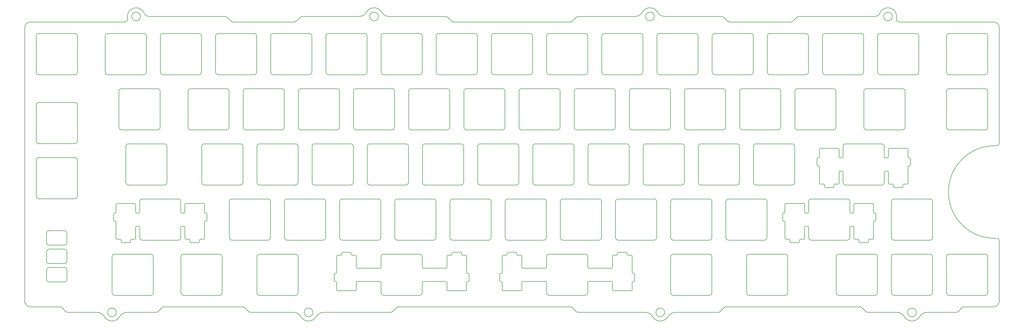
<source format=gbr>
%TF.GenerationSoftware,KiCad,Pcbnew,9.0.2*%
%TF.CreationDate,2025-08-18T14:39:33+09:00*%
%TF.ProjectId,CL70_Plate,434c3730-5f50-46c6-9174-652e6b696361,rev?*%
%TF.SameCoordinates,Original*%
%TF.FileFunction,Profile,NP*%
%FSLAX46Y46*%
G04 Gerber Fmt 4.6, Leading zero omitted, Abs format (unit mm)*
G04 Created by KiCad (PCBNEW 9.0.2) date 2025-08-18 14:39:33*
%MOMM*%
%LPD*%
G01*
G04 APERTURE LIST*
%TA.AperFunction,Profile*%
%ADD10C,0.200000*%
%TD*%
G04 APERTURE END LIST*
D10*
X50550062Y-173306330D02*
X50550062Y-173306250D01*
X72868454Y-163399492D02*
X72868430Y-163399492D01*
X76715062Y-94849992D02*
X76715062Y-94850000D01*
X378674979Y-170565292D02*
X378675000Y-170565292D01*
X335629862Y-92949991D02*
X335629862Y-92950000D01*
X212062414Y-174599292D02*
X212062500Y-174599292D01*
X207038424Y-184649292D02*
X207038500Y-184649292D01*
X222362424Y-184649292D02*
X222362500Y-184649292D01*
X245138424Y-184649292D02*
X245138500Y-184649292D01*
X252713484Y-181850492D02*
X252713500Y-181850492D01*
X250162414Y-174599292D02*
X250162500Y-174599292D01*
X154912414Y-174599292D02*
X154912500Y-174599292D01*
X149888424Y-184649292D02*
X149888500Y-184649292D01*
X165212424Y-184649292D02*
X165212500Y-184649292D01*
X187988424Y-184649292D02*
X187988500Y-184649292D01*
X195563484Y-181850492D02*
X195563500Y-181850492D01*
X193012414Y-174599292D02*
X193012500Y-174599292D01*
X306400454Y-170869792D02*
X306400440Y-170869792D01*
X315755954Y-144349492D02*
X315755930Y-144349492D01*
X77689423Y-93625000D02*
G75*
G02*
X76715062Y-94849992I-974361J-224992D01*
G01*
X44150012Y-94850000D02*
X76715062Y-94850000D01*
X42150000Y-96850012D02*
G75*
G02*
X44150012Y-94850000I2000012J0D01*
G01*
X42150000Y-191250000D02*
X42150000Y-96850012D01*
X44149962Y-193250000D02*
G75*
G02*
X42150054Y-191250000I0J1999908D01*
G01*
X54335762Y-193250000D02*
X44149962Y-193250000D01*
X54335762Y-193250000D02*
G75*
G02*
X55039785Y-193539745I0J-1000192D01*
G01*
X56351927Y-194851928D02*
X55039765Y-193539765D01*
X57064262Y-195150000D02*
G75*
G02*
X56351935Y-194851920I100J1000408D01*
G01*
X67103862Y-195150000D02*
X57064262Y-195150000D01*
X67103862Y-195150000D02*
G75*
G02*
X69701931Y-196649995I0J-2999992D01*
G01*
X74898076Y-196650000D02*
G75*
G02*
X69701924Y-196650000I-2598076J1500000D01*
G01*
X74898076Y-196650000D02*
G75*
G02*
X77487677Y-195150000I2598086J-1499992D01*
G01*
X87535786Y-195150000D02*
X77487677Y-195150000D01*
X88242885Y-194857115D02*
G75*
G02*
X87535786Y-195149974I-707023J707023D01*
G01*
X89557184Y-193542815D02*
X88242885Y-194857115D01*
X89557184Y-193542815D02*
G75*
G02*
X90257092Y-193249959I707078J-707077D01*
G01*
X117438762Y-193250000D02*
X90257092Y-193250000D01*
X117438762Y-193250000D02*
G75*
G02*
X118141610Y-193538501I0J-1000392D01*
G01*
X119456448Y-194853324D02*
X118141618Y-193538493D01*
X120167362Y-195150000D02*
G75*
G02*
X119456427Y-194853345I0J1000208D01*
G01*
X134969462Y-195150000D02*
X120167362Y-195150000D01*
X134969462Y-195150000D02*
G75*
G02*
X137567537Y-196650006I0J-2999992D01*
G01*
X142763701Y-196650000D02*
G75*
G02*
X137567549Y-196650000I-2598076J1500000D01*
G01*
X142763701Y-196650000D02*
G75*
G02*
X145361777Y-195150009I2598061J-1499992D01*
G01*
X168498286Y-195150000D02*
X145361777Y-195150000D01*
X169205385Y-194857115D02*
G75*
G02*
X168498286Y-195149974I-707023J707023D01*
G01*
X170519684Y-193542815D02*
X169205385Y-194857115D01*
X170519684Y-193542815D02*
G75*
G02*
X171219592Y-193249959I707078J-707077D01*
G01*
X230548262Y-193250000D02*
X171219592Y-193250000D01*
X230548262Y-193250000D02*
G75*
G02*
X231252285Y-193539745I0J-1000192D01*
G01*
X232564427Y-194851928D02*
X231252265Y-193539765D01*
X233276762Y-195150000D02*
G75*
G02*
X232564435Y-194851920I100J1000408D01*
G01*
X256413262Y-195150000D02*
X233276762Y-195150000D01*
X256413262Y-195150000D02*
G75*
G02*
X259011281Y-196650010I0J-2999892D01*
G01*
X264207451Y-196650000D02*
G75*
G02*
X259011299Y-196650000I-2598076J1500000D01*
G01*
X264207451Y-196650000D02*
G75*
G02*
X266805462Y-195150002I2598011J-1499892D01*
G01*
X281607662Y-195150000D02*
X266805462Y-195150000D01*
X282314773Y-194857102D02*
G75*
G02*
X281607662Y-195149997I-707111J707110D01*
G01*
X283628972Y-193542902D02*
X282314773Y-194857102D01*
X283628972Y-193542902D02*
G75*
G02*
X284328951Y-193249960I707290J-707290D01*
G01*
X330560762Y-193250000D02*
X284328951Y-193250000D01*
X330560762Y-193250000D02*
G75*
G02*
X331264785Y-193539745I0J-1000192D01*
G01*
X332576927Y-194851928D02*
X331264765Y-193539765D01*
X333289262Y-195150000D02*
G75*
G02*
X332576935Y-194851920I100J1000408D01*
G01*
X343328862Y-195150000D02*
X333289262Y-195150000D01*
X343328862Y-195150000D02*
G75*
G02*
X345926931Y-196649995I0J-2999992D01*
G01*
X351123076Y-196650000D02*
G75*
G02*
X345926924Y-196650000I-2598076J1500000D01*
G01*
X351123076Y-196650000D02*
G75*
G02*
X353712677Y-195150000I2598086J-1499992D01*
G01*
X363760786Y-195150000D02*
X353712677Y-195150000D01*
X364467885Y-194857115D02*
G75*
G02*
X363760786Y-195149974I-707023J707023D01*
G01*
X365782184Y-193542815D02*
X364467885Y-194857115D01*
X365782184Y-193542815D02*
G75*
G02*
X366482092Y-193249959I707078J-707077D01*
G01*
X376675000Y-193250000D02*
X366482092Y-193250000D01*
X378675000Y-191249992D02*
G75*
G02*
X376675000Y-193249930I-1999938J0D01*
G01*
X378675000Y-170565292D02*
X378675000Y-191249992D01*
X377641176Y-169565845D02*
G75*
G02*
X378674980Y-170565292I33786J-999447D01*
G01*
X377641176Y-169565845D02*
G75*
G02*
X377641176Y-137584159I-541174J15990843D01*
G01*
X378675000Y-136584692D02*
G75*
G02*
X377641176Y-137584159I-1000038J0D01*
G01*
X378675000Y-96864652D02*
X378675000Y-136584692D01*
X376674962Y-94850000D02*
G75*
G02*
X378675002Y-96864652I-100J-2000192D01*
G01*
X344109962Y-94850000D02*
X376674962Y-94850000D01*
X344109962Y-94850000D02*
G75*
G02*
X343135592Y-93625004I0J1000008D01*
G01*
X337462954Y-91750000D02*
G75*
G02*
X343135502Y-93624983I2749508J-1199992D01*
G01*
X337462954Y-91750000D02*
G75*
G02*
X335629862Y-92949992I-1833092J800108D01*
G01*
X309483732Y-92950000D02*
X335629862Y-92950000D01*
X308769684Y-93242815D02*
G75*
G02*
X309483732Y-92949958I707078J-707077D01*
G01*
X307455385Y-94557115D02*
X308769684Y-93242815D01*
X307455385Y-94557115D02*
G75*
G02*
X306748286Y-94849974I-707023J707023D01*
G01*
X285526862Y-94850000D02*
X306748286Y-94850000D01*
X285526862Y-94850000D02*
G75*
G02*
X284824634Y-94562117I0J1000408D01*
G01*
X283508589Y-93246089D02*
X284824625Y-94562126D01*
X282798262Y-92950000D02*
G75*
G02*
X283508610Y-93246068I0J-1000192D01*
G01*
X263233662Y-92950000D02*
X282798262Y-92950000D01*
X263233662Y-92950000D02*
G75*
G02*
X260635580Y-91449998I0J3000008D01*
G01*
X255439423Y-91450000D02*
G75*
G02*
X260635577Y-91450000I2598077J-1500000D01*
G01*
X255439423Y-91450000D02*
G75*
G02*
X252841347Y-92949983I-2598061J1500008D01*
G01*
X233283732Y-92950000D02*
X252841347Y-92950000D01*
X232569684Y-93242815D02*
G75*
G02*
X233283732Y-92949958I707078J-707077D01*
G01*
X231255385Y-94557115D02*
X232569684Y-93242815D01*
X231255385Y-94557115D02*
G75*
G02*
X230548286Y-94849974I-707023J707023D01*
G01*
X190276862Y-94850000D02*
X230548286Y-94850000D01*
X190276862Y-94850000D02*
G75*
G02*
X189574634Y-94562117I0J1000408D01*
G01*
X188258589Y-93246089D02*
X189574625Y-94562126D01*
X187548262Y-92950000D02*
G75*
G02*
X188258610Y-93246068I0J-1000192D01*
G01*
X167983662Y-92950000D02*
X187548262Y-92950000D01*
X167983662Y-92950000D02*
G75*
G02*
X165385580Y-91449998I0J3000008D01*
G01*
X160189423Y-91450000D02*
G75*
G02*
X165385575Y-91450000I2598076J-1500000D01*
G01*
X160189423Y-91450000D02*
G75*
G02*
X157591347Y-92949983I-2598061J1500008D01*
G01*
X138033732Y-92950000D02*
X157591347Y-92950000D01*
X137319684Y-93242815D02*
G75*
G02*
X138033732Y-92949958I707078J-707077D01*
G01*
X136005385Y-94557115D02*
X137319684Y-93242815D01*
X136005385Y-94557115D02*
G75*
G02*
X135298286Y-94849974I-707023J707023D01*
G01*
X114076862Y-94850000D02*
X135298286Y-94850000D01*
X114076862Y-94850000D02*
G75*
G02*
X113374634Y-94562117I0J1000408D01*
G01*
X112058589Y-93246089D02*
X113374625Y-94562126D01*
X111348262Y-92950000D02*
G75*
G02*
X112058610Y-93246068I0J-1000192D01*
G01*
X85195062Y-92950000D02*
X111348262Y-92950000D01*
X85195062Y-92950000D02*
G75*
G02*
X83362084Y-91749983I0J1999908D01*
G01*
X77689423Y-93625000D02*
G75*
G02*
X83362048Y-91749999I2923079J674998D01*
G01*
X82112500Y-92950000D02*
G75*
G02*
X79112500Y-92950000I-1500000J0D01*
G01*
X79112500Y-92950000D02*
G75*
G02*
X82112500Y-92950000I1500000J0D01*
G01*
X341712500Y-92950000D02*
G75*
G02*
X338712500Y-92950000I-1500000J0D01*
G01*
X338712500Y-92950000D02*
G75*
G02*
X341712500Y-92950000I1500000J0D01*
G01*
X259537500Y-92950000D02*
G75*
G02*
X256537500Y-92950000I-1500000J0D01*
G01*
X256537500Y-92950000D02*
G75*
G02*
X259537500Y-92950000I1500000J0D01*
G01*
X164287500Y-92950000D02*
G75*
G02*
X161287500Y-92950000I-1500000J0D01*
G01*
X161287500Y-92950000D02*
G75*
G02*
X164287500Y-92950000I1500000J0D01*
G01*
X73800000Y-195150000D02*
G75*
G02*
X70800000Y-195150000I-1500000J0D01*
G01*
X70800000Y-195150000D02*
G75*
G02*
X73800000Y-195150000I1500000J0D01*
G01*
X350025000Y-195150000D02*
G75*
G02*
X347025000Y-195150000I-1500000J0D01*
G01*
X347025000Y-195150000D02*
G75*
G02*
X350025000Y-195150000I1500000J0D01*
G01*
X263109375Y-195150000D02*
G75*
G02*
X260109375Y-195150000I-1500000J0D01*
G01*
X260109375Y-195150000D02*
G75*
G02*
X263109375Y-195150000I1500000J0D01*
G01*
X141665625Y-195150000D02*
G75*
G02*
X138665625Y-195150000I-1500000J0D01*
G01*
X138665625Y-195150000D02*
G75*
G02*
X141665625Y-195150000I1500000J0D01*
G01*
X208762500Y-175180392D02*
X208762500Y-174599192D01*
X208762500Y-175180392D02*
G75*
G02*
X208562500Y-175380330I-199938J0D01*
G01*
X207243853Y-175380400D02*
X208562500Y-175380400D01*
X207038500Y-175580392D02*
G75*
G02*
X207243853Y-175380397I200162J-100D01*
G01*
X207038500Y-181450492D02*
X207038500Y-175580392D01*
X207038500Y-181450492D02*
G75*
G02*
X206838500Y-181650430I-199938J0D01*
G01*
X206416562Y-181650470D02*
X206838500Y-181650470D01*
X206212500Y-181850492D02*
G75*
G02*
X206416562Y-181650468I200162J-100D01*
G01*
X206212500Y-184243780D02*
X206212500Y-181850492D01*
X206412362Y-184449230D02*
G75*
G02*
X206212497Y-184243780I100J200038D01*
G01*
X206838462Y-184449230D02*
X206412362Y-184449230D01*
X206838462Y-184449230D02*
G75*
G02*
X207038424Y-184649292I0J-199962D01*
G01*
X207038500Y-187473980D02*
X207038500Y-184649292D01*
X207238362Y-187679430D02*
G75*
G02*
X207038497Y-187473980I100J200038D01*
G01*
X213588462Y-187679430D02*
X207238362Y-187679430D01*
X213788500Y-187479392D02*
G75*
G02*
X213588462Y-187679430I-200038J0D01*
G01*
X213788500Y-184649192D02*
X213788500Y-187479392D01*
X213788500Y-184649192D02*
G75*
G02*
X213988462Y-184449230I199962J0D01*
G01*
X222162462Y-184449230D02*
X213988462Y-184449230D01*
X222162462Y-184449230D02*
G75*
G02*
X222362424Y-184649292I0J-199962D01*
G01*
X222362500Y-188450000D02*
X222362500Y-184649292D01*
X223162462Y-189250000D02*
G75*
G02*
X222362554Y-188450000I0J799908D01*
G01*
X235762500Y-189250000D02*
X223162462Y-189250000D01*
X236562500Y-188449992D02*
G75*
G02*
X235762500Y-189249930I-799938J0D01*
G01*
X236562500Y-184649192D02*
X236562500Y-188449992D01*
X236562500Y-184649192D02*
G75*
G02*
X236762462Y-184449230I199962J0D01*
G01*
X244938462Y-184449230D02*
X236762462Y-184449230D01*
X244938462Y-184449230D02*
G75*
G02*
X245138424Y-184649292I0J-199962D01*
G01*
X245138500Y-187473980D02*
X245138500Y-184649292D01*
X245338362Y-187679430D02*
G75*
G02*
X245138497Y-187473980I100J200038D01*
G01*
X251688462Y-187679430D02*
X245338362Y-187679430D01*
X251888500Y-187479392D02*
G75*
G02*
X251688462Y-187679430I-200038J0D01*
G01*
X251888500Y-184649192D02*
X251888500Y-187479392D01*
X251888500Y-184649192D02*
G75*
G02*
X252088462Y-184449230I199962J0D01*
G01*
X252513462Y-184449230D02*
X252088462Y-184449230D01*
X252713500Y-184249192D02*
G75*
G02*
X252513462Y-184449230I-200038J0D01*
G01*
X252713500Y-181850492D02*
X252713500Y-184249192D01*
X252513462Y-181650470D02*
G75*
G02*
X252713484Y-181850492I0J-200022D01*
G01*
X252088462Y-181650470D02*
X252513462Y-181650470D01*
X252088462Y-181650470D02*
G75*
G02*
X251888500Y-181453021I0J199978D01*
G01*
X251888500Y-175585097D02*
X251888500Y-181453021D01*
X251688462Y-175380400D02*
G75*
G02*
X251888503Y-175585097I-100J-200192D01*
G01*
X250362462Y-175380400D02*
X251688462Y-175380400D01*
X250362462Y-175380400D02*
G75*
G02*
X250162554Y-175180400I0J199908D01*
G01*
X250162500Y-174599292D02*
X250162500Y-175180400D01*
X249962362Y-174399240D02*
G75*
G02*
X250162414Y-174599292I100J-199952D01*
G01*
X247064461Y-174399240D02*
X249962362Y-174399240D01*
X246862500Y-174599192D02*
G75*
G02*
X247064461Y-174399240I199962J0D01*
G01*
X246862500Y-175180392D02*
X246862500Y-174599192D01*
X246862500Y-175180392D02*
G75*
G02*
X246662500Y-175380330I-199938J0D01*
G01*
X245343853Y-175380400D02*
X246662500Y-175380400D01*
X245138500Y-175580492D02*
G75*
G02*
X245343853Y-175380397I200162J0D01*
G01*
X245138500Y-179649392D02*
X245138500Y-175580492D01*
X245138500Y-179649392D02*
G75*
G02*
X244938500Y-179849330I-199938J0D01*
G01*
X236762462Y-179849360D02*
X244938500Y-179849360D01*
X236762462Y-179849360D02*
G75*
G02*
X236562500Y-179650941I0J199968D01*
G01*
X236562500Y-175859301D02*
X236562500Y-179650941D01*
X235762462Y-175050000D02*
G75*
G02*
X236562502Y-175859301I-100J-800192D01*
G01*
X223173145Y-175050000D02*
X235762462Y-175050000D01*
X222362500Y-175849992D02*
G75*
G02*
X223173145Y-175049999I800162J-100D01*
G01*
X222362500Y-179649392D02*
X222362500Y-175849992D01*
X222362500Y-179649392D02*
G75*
G02*
X222162500Y-179849330I-199938J0D01*
G01*
X213988462Y-179849360D02*
X222162500Y-179849360D01*
X213988462Y-179849360D02*
G75*
G02*
X213788500Y-179650941I0J199968D01*
G01*
X213788500Y-175585097D02*
X213788500Y-179650941D01*
X213588462Y-175380400D02*
G75*
G02*
X213788503Y-175585097I-100J-200192D01*
G01*
X212262462Y-175380400D02*
X213588462Y-175380400D01*
X212262462Y-175380400D02*
G75*
G02*
X212062554Y-175180400I0J199908D01*
G01*
X212062500Y-174599292D02*
X212062500Y-175180400D01*
X211862362Y-174399240D02*
G75*
G02*
X212062414Y-174599292I100J-199952D01*
G01*
X208964461Y-174399240D02*
X211862362Y-174399240D01*
X208762500Y-174599192D02*
G75*
G02*
X208964461Y-174399240I199962J0D01*
G01*
X318306690Y-151819800D02*
X318306690Y-151014572D01*
X318506662Y-152019800D02*
G75*
G02*
X318306754Y-151819800I0J199908D01*
G01*
X321405700Y-152019800D02*
X318506662Y-152019800D01*
X321605700Y-151819792D02*
G75*
G02*
X321405700Y-152019730I-199938J0D01*
G01*
X321605700Y-151019592D02*
X321605700Y-151819792D01*
X321605700Y-151019592D02*
G75*
G02*
X321800471Y-150819503I200162J0D01*
G01*
X323131000Y-150819500D02*
X321800471Y-150819500D01*
X323331000Y-150619492D02*
G75*
G02*
X323131000Y-150819430I-199938J0D01*
G01*
X323331000Y-146550692D02*
X323331000Y-150619492D01*
X323331000Y-146550692D02*
G75*
G02*
X323525771Y-146350603I200162J0D01*
G01*
X324556262Y-146350600D02*
X323525771Y-146350600D01*
X324556262Y-146350600D02*
G75*
G02*
X324756254Y-146550592I0J-199992D01*
G01*
X324756250Y-150349992D02*
X324756250Y-146550592D01*
X325556262Y-151150000D02*
G75*
G02*
X324756254Y-150349992I0J800008D01*
G01*
X338156250Y-151150000D02*
X325556262Y-151150000D01*
X338956250Y-150349992D02*
G75*
G02*
X338156250Y-151149980I-799988J0D01*
G01*
X338956250Y-146550592D02*
X338956250Y-150349992D01*
X338956250Y-146550592D02*
G75*
G02*
X339153434Y-146350600I200012J0D01*
G01*
X340181362Y-146350600D02*
X339153434Y-146350600D01*
X340181362Y-146350600D02*
G75*
G02*
X340381499Y-146546087I0J-200192D01*
G01*
X340381500Y-150619500D02*
X340381500Y-146546087D01*
X340581462Y-150819500D02*
G75*
G02*
X340381554Y-150619500I0J199908D01*
G01*
X341905262Y-150819500D02*
X340581462Y-150819500D01*
X341905262Y-150819500D02*
G75*
G02*
X342105399Y-151014987I0J-200192D01*
G01*
X342105400Y-151819800D02*
X342105400Y-151014987D01*
X342305362Y-152019800D02*
G75*
G02*
X342105454Y-151819800I0J199908D01*
G01*
X345205800Y-152019800D02*
X342305362Y-152019800D01*
X345405800Y-151819792D02*
G75*
G02*
X345205800Y-152019730I-199938J0D01*
G01*
X345405800Y-151019592D02*
X345405800Y-151819792D01*
X345405800Y-151019592D02*
G75*
G02*
X345600571Y-150819503I200162J0D01*
G01*
X346931000Y-150819500D02*
X345600571Y-150819500D01*
X347131000Y-150619492D02*
G75*
G02*
X346931000Y-150819430I-199938J0D01*
G01*
X347131000Y-144749592D02*
X347131000Y-150619492D01*
X347131000Y-144749592D02*
G75*
G02*
X347325771Y-144549503I200162J0D01*
G01*
X347756500Y-144549500D02*
X347325771Y-144549500D01*
X347956500Y-144349492D02*
G75*
G02*
X347756500Y-144549430I-199938J0D01*
G01*
X347956500Y-141955397D02*
X347956500Y-144349492D01*
X347756462Y-141750700D02*
G75*
G02*
X347956503Y-141955397I-100J-200192D01*
G01*
X347330962Y-141750700D02*
X347756462Y-141750700D01*
X347330962Y-141750700D02*
G75*
G02*
X347131054Y-141550700I0J199908D01*
G01*
X347131000Y-138725197D02*
X347131000Y-141550700D01*
X346930962Y-138520500D02*
G75*
G02*
X347131003Y-138725197I-100J-200192D01*
G01*
X340586853Y-138520500D02*
X346930962Y-138520500D01*
X340381500Y-138720492D02*
G75*
G02*
X340586853Y-138520497I200162J-100D01*
G01*
X340381500Y-141550692D02*
X340381500Y-138720492D01*
X340381500Y-141550692D02*
G75*
G02*
X340181500Y-141750630I-199938J0D01*
G01*
X339156262Y-141750700D02*
X340181500Y-141750700D01*
X339156262Y-141750700D02*
G75*
G02*
X338956254Y-141550692I0J200008D01*
G01*
X338956250Y-137749992D02*
X338956250Y-141550692D01*
X338156262Y-136950000D02*
G75*
G02*
X338956254Y-137749992I0J-799992D01*
G01*
X325561918Y-136950000D02*
X338156262Y-136950000D01*
X324756250Y-137749992D02*
G75*
G02*
X325561918Y-136950000I800012J0D01*
G01*
X324756250Y-141550692D02*
X324756250Y-137749992D01*
X324756250Y-141550692D02*
G75*
G02*
X324556250Y-141750680I-199988J0D01*
G01*
X323530962Y-141750700D02*
X324556250Y-141750700D01*
X323530962Y-141750700D02*
G75*
G02*
X323331054Y-141550700I0J199908D01*
G01*
X323331000Y-138725197D02*
X323331000Y-141550700D01*
X323130962Y-138520500D02*
G75*
G02*
X323331003Y-138725197I-100J-200192D01*
G01*
X316786753Y-138520500D02*
X323130962Y-138520500D01*
X316581400Y-138720492D02*
G75*
G02*
X316786753Y-138520497I200162J-100D01*
G01*
X316581400Y-141550692D02*
X316581400Y-138720492D01*
X316581400Y-141550692D02*
G75*
G02*
X316381400Y-141750630I-199938J0D01*
G01*
X315955930Y-141750700D02*
X316381400Y-141750700D01*
X315755930Y-141950692D02*
G75*
G02*
X315955930Y-141750760I199932J0D01*
G01*
X315755930Y-144349492D02*
X315755930Y-141950692D01*
X315955962Y-144549500D02*
G75*
G02*
X315755954Y-144349492I0J200008D01*
G01*
X316381262Y-144549500D02*
X315955962Y-144549500D01*
X316381262Y-144549500D02*
G75*
G02*
X316581399Y-144744987I0J-200192D01*
G01*
X316581400Y-150619500D02*
X316581400Y-144744987D01*
X316781362Y-150819500D02*
G75*
G02*
X316581454Y-150619500I0J199908D01*
G01*
X318106562Y-150819500D02*
X316781362Y-150819500D01*
X318106562Y-150819500D02*
G75*
G02*
X318306689Y-151014572I0J-200192D01*
G01*
X306400440Y-170869792D02*
X306400440Y-170067212D01*
X306600462Y-171069800D02*
G75*
G02*
X306400454Y-170869792I0J200008D01*
G01*
X309499450Y-171069800D02*
X306600462Y-171069800D01*
X309699450Y-170869792D02*
G75*
G02*
X309499450Y-171069780I-199988J0D01*
G01*
X309699450Y-170069492D02*
X309699450Y-170869792D01*
X309699450Y-170069492D02*
G75*
G02*
X309896634Y-169869500I200012J0D01*
G01*
X311224750Y-169869500D02*
X309896634Y-169869500D01*
X311424750Y-169669492D02*
G75*
G02*
X311224750Y-169869480I-199988J0D01*
G01*
X311424750Y-165600592D02*
X311424750Y-169669492D01*
X311424750Y-165600592D02*
G75*
G02*
X311621934Y-165400600I200012J0D01*
G01*
X312649862Y-165400600D02*
X311621934Y-165400600D01*
X312649862Y-165400600D02*
G75*
G02*
X312849999Y-165596087I0J-200192D01*
G01*
X312850000Y-169400000D02*
X312850000Y-165596087D01*
X313649962Y-170200000D02*
G75*
G02*
X312850054Y-169400000I0J799908D01*
G01*
X326250000Y-170200000D02*
X313649962Y-170200000D01*
X327050000Y-169399992D02*
G75*
G02*
X326250000Y-170199930I-799938J0D01*
G01*
X327050000Y-165600692D02*
X327050000Y-169399992D01*
X327050000Y-165600692D02*
G75*
G02*
X327244771Y-165400603I200162J0D01*
G01*
X328275262Y-165400600D02*
X327244771Y-165400600D01*
X328275262Y-165400600D02*
G75*
G02*
X328475254Y-165600592I0J-199992D01*
G01*
X328475250Y-169669492D02*
X328475250Y-165600592D01*
X328675262Y-169869500D02*
G75*
G02*
X328475254Y-169669492I0J200008D01*
G01*
X329999162Y-169869500D02*
X328675262Y-169869500D01*
X329999162Y-169869500D02*
G75*
G02*
X330199154Y-170069492I0J-199992D01*
G01*
X330199150Y-170869792D02*
X330199150Y-170069492D01*
X330399162Y-171069800D02*
G75*
G02*
X330199154Y-170869792I0J200008D01*
G01*
X333299550Y-171069800D02*
X330399162Y-171069800D01*
X333499550Y-170869792D02*
G75*
G02*
X333299550Y-171069780I-199988J0D01*
G01*
X333499550Y-170069492D02*
X333499550Y-170869792D01*
X333499550Y-170069492D02*
G75*
G02*
X333696734Y-169869500I200012J0D01*
G01*
X335024750Y-169869500D02*
X333696734Y-169869500D01*
X335224750Y-169669492D02*
G75*
G02*
X335024750Y-169869480I-199988J0D01*
G01*
X335224750Y-163799492D02*
X335224750Y-169669492D01*
X335224750Y-163799492D02*
G75*
G02*
X335421934Y-163599500I200012J0D01*
G01*
X335850250Y-163599500D02*
X335421934Y-163599500D01*
X336050250Y-163399492D02*
G75*
G02*
X335850250Y-163599480I-199988J0D01*
G01*
X336050250Y-161000692D02*
X336050250Y-163399492D01*
X335850262Y-160800700D02*
G75*
G02*
X336050254Y-161000692I0J-199992D01*
G01*
X335424762Y-160800700D02*
X335850262Y-160800700D01*
X335424762Y-160800700D02*
G75*
G02*
X335224754Y-160600692I0J200008D01*
G01*
X335224750Y-157770492D02*
X335224750Y-160600692D01*
X335024762Y-157570500D02*
G75*
G02*
X335224754Y-157770492I0J-199992D01*
G01*
X328678090Y-157570500D02*
X335024762Y-157570500D01*
X328475250Y-157770492D02*
G75*
G02*
X328678090Y-157570500I200012J0D01*
G01*
X328475250Y-160600692D02*
X328475250Y-157770492D01*
X328475250Y-160600692D02*
G75*
G02*
X328275250Y-160800680I-199988J0D01*
G01*
X327249962Y-160800700D02*
X328275250Y-160800700D01*
X327249962Y-160800700D02*
G75*
G02*
X327050054Y-160600700I0J199908D01*
G01*
X327050000Y-156809301D02*
X327050000Y-160600700D01*
X326249962Y-156000000D02*
G75*
G02*
X327050002Y-156809301I-100J-800192D01*
G01*
X313660645Y-156000000D02*
X326249962Y-156000000D01*
X312850000Y-156799992D02*
G75*
G02*
X313660645Y-155999999I800162J-100D01*
G01*
X312850000Y-160600692D02*
X312850000Y-156799992D01*
X312850000Y-160600692D02*
G75*
G02*
X312650000Y-160800630I-199938J0D01*
G01*
X311624762Y-160800700D02*
X312650000Y-160800700D01*
X311624762Y-160800700D02*
G75*
G02*
X311424754Y-160600692I0J200008D01*
G01*
X311424750Y-157770492D02*
X311424750Y-160600692D01*
X311224762Y-157570500D02*
G75*
G02*
X311424754Y-157770492I0J-199992D01*
G01*
X304877990Y-157570500D02*
X311224762Y-157570500D01*
X304675150Y-157770492D02*
G75*
G02*
X304877990Y-157570500I200012J0D01*
G01*
X304675150Y-160600692D02*
X304675150Y-157770492D01*
X304675150Y-160600692D02*
G75*
G02*
X304475150Y-160800680I-199988J0D01*
G01*
X304049680Y-160800700D02*
X304475150Y-160800700D01*
X303849680Y-161000692D02*
G75*
G02*
X304049680Y-160800710I199982J0D01*
G01*
X303849680Y-163396268D02*
X303849680Y-161000692D01*
X304049662Y-163599500D02*
G75*
G02*
X303849680Y-163396268I0J200008D01*
G01*
X304475162Y-163599500D02*
X304049662Y-163599500D01*
X304475162Y-163599500D02*
G75*
G02*
X304675154Y-163799492I0J-199992D01*
G01*
X304675150Y-169669492D02*
X304675150Y-163799492D01*
X304875162Y-169869500D02*
G75*
G02*
X304675154Y-169669492I0J200008D01*
G01*
X306200462Y-169869500D02*
X304875162Y-169869500D01*
X306200462Y-169869500D02*
G75*
G02*
X306400441Y-170067212I0J-199992D01*
G01*
X75419190Y-170869800D02*
X75419190Y-170064572D01*
X75619162Y-171069800D02*
G75*
G02*
X75419254Y-170869800I0J199908D01*
G01*
X78518200Y-171069800D02*
X75619162Y-171069800D01*
X78718200Y-170869792D02*
G75*
G02*
X78518200Y-171069730I-199938J0D01*
G01*
X78718200Y-170069592D02*
X78718200Y-170869792D01*
X78718200Y-170069592D02*
G75*
G02*
X78912971Y-169869503I200162J0D01*
G01*
X80243500Y-169869500D02*
X78912971Y-169869500D01*
X80443500Y-169669492D02*
G75*
G02*
X80243500Y-169869430I-199938J0D01*
G01*
X80443500Y-165600692D02*
X80443500Y-169669492D01*
X80443500Y-165600692D02*
G75*
G02*
X80638271Y-165400603I200162J0D01*
G01*
X81668762Y-165400600D02*
X80638271Y-165400600D01*
X81668762Y-165400600D02*
G75*
G02*
X81868754Y-165600592I0J-199992D01*
G01*
X81868750Y-169399992D02*
X81868750Y-165600592D01*
X82668762Y-170200000D02*
G75*
G02*
X81868754Y-169399992I0J800008D01*
G01*
X95268750Y-170200000D02*
X82668762Y-170200000D01*
X96068750Y-169399992D02*
G75*
G02*
X95268750Y-170199980I-799988J0D01*
G01*
X96068750Y-165600592D02*
X96068750Y-169399992D01*
X96068750Y-165600592D02*
G75*
G02*
X96265934Y-165400600I200012J0D01*
G01*
X97293862Y-165400600D02*
X96265934Y-165400600D01*
X97293862Y-165400600D02*
G75*
G02*
X97493999Y-165596087I0J-200192D01*
G01*
X97494000Y-169669500D02*
X97494000Y-165596087D01*
X97693962Y-169869500D02*
G75*
G02*
X97494054Y-169669500I0J199908D01*
G01*
X99017762Y-169869500D02*
X97693962Y-169869500D01*
X99017762Y-169869500D02*
G75*
G02*
X99217899Y-170064987I0J-200192D01*
G01*
X99217900Y-170869800D02*
X99217900Y-170064987D01*
X99417862Y-171069800D02*
G75*
G02*
X99217954Y-170869800I0J199908D01*
G01*
X102318300Y-171069800D02*
X99417862Y-171069800D01*
X102518300Y-170869792D02*
G75*
G02*
X102318300Y-171069730I-199938J0D01*
G01*
X102518300Y-170069592D02*
X102518300Y-170869792D01*
X102518300Y-170069592D02*
G75*
G02*
X102713071Y-169869503I200162J0D01*
G01*
X104043500Y-169869500D02*
X102713071Y-169869500D01*
X104243500Y-169669492D02*
G75*
G02*
X104043500Y-169869430I-199938J0D01*
G01*
X104243500Y-163799592D02*
X104243500Y-169669492D01*
X104243500Y-163799592D02*
G75*
G02*
X104438271Y-163599503I200162J0D01*
G01*
X104869000Y-163599500D02*
X104438271Y-163599500D01*
X105069000Y-163399492D02*
G75*
G02*
X104869000Y-163599430I-199938J0D01*
G01*
X105069000Y-161005397D02*
X105069000Y-163399492D01*
X104868962Y-160800700D02*
G75*
G02*
X105069003Y-161005397I-100J-200192D01*
G01*
X104443462Y-160800700D02*
X104868962Y-160800700D01*
X104443462Y-160800700D02*
G75*
G02*
X104243554Y-160600700I0J199908D01*
G01*
X104243500Y-157775197D02*
X104243500Y-160600700D01*
X104043462Y-157570500D02*
G75*
G02*
X104243503Y-157775197I-100J-200192D01*
G01*
X97699353Y-157570500D02*
X104043462Y-157570500D01*
X97494000Y-157770492D02*
G75*
G02*
X97699353Y-157570497I200162J-100D01*
G01*
X97494000Y-160600692D02*
X97494000Y-157770492D01*
X97494000Y-160600692D02*
G75*
G02*
X97294000Y-160800630I-199938J0D01*
G01*
X96268762Y-160800700D02*
X97294000Y-160800700D01*
X96268762Y-160800700D02*
G75*
G02*
X96068754Y-160600692I0J200008D01*
G01*
X96068750Y-156799992D02*
X96068750Y-160600692D01*
X95268762Y-156000000D02*
G75*
G02*
X96068754Y-156799992I0J-799992D01*
G01*
X82674418Y-156000000D02*
X95268762Y-156000000D01*
X81868750Y-156799992D02*
G75*
G02*
X82674418Y-156000000I800012J0D01*
G01*
X81868750Y-160600692D02*
X81868750Y-156799992D01*
X81868750Y-160600692D02*
G75*
G02*
X81668750Y-160800680I-199988J0D01*
G01*
X80643462Y-160800700D02*
X81668750Y-160800700D01*
X80643462Y-160800700D02*
G75*
G02*
X80443554Y-160600700I0J199908D01*
G01*
X80443500Y-157775197D02*
X80443500Y-160600700D01*
X80243462Y-157570500D02*
G75*
G02*
X80443503Y-157775197I-100J-200192D01*
G01*
X73899253Y-157570500D02*
X80243462Y-157570500D01*
X73693900Y-157770492D02*
G75*
G02*
X73899253Y-157570497I200162J-100D01*
G01*
X73693900Y-160600692D02*
X73693900Y-157770492D01*
X73693900Y-160600692D02*
G75*
G02*
X73493900Y-160800630I-199938J0D01*
G01*
X73068430Y-160800700D02*
X73493900Y-160800700D01*
X72868430Y-161000692D02*
G75*
G02*
X73068430Y-160800760I199932J0D01*
G01*
X72868430Y-163399492D02*
X72868430Y-161000692D01*
X73068462Y-163599500D02*
G75*
G02*
X72868454Y-163399492I0J200008D01*
G01*
X73493762Y-163599500D02*
X73068462Y-163599500D01*
X73493762Y-163599500D02*
G75*
G02*
X73693899Y-163794987I0J-200192D01*
G01*
X73693900Y-169669500D02*
X73693900Y-163794987D01*
X73893862Y-169869500D02*
G75*
G02*
X73693954Y-169669500I0J199908D01*
G01*
X75219062Y-169869500D02*
X73893862Y-169869500D01*
X75219062Y-169869500D02*
G75*
G02*
X75419189Y-170064572I0J-200192D01*
G01*
X49750000Y-167762492D02*
G75*
G02*
X50560645Y-166962499I800162J-100D01*
G01*
X49750000Y-171162500D02*
X49750000Y-167762492D01*
X50549962Y-171962500D02*
G75*
G02*
X49750054Y-171162500I0J799908D01*
G01*
X55950000Y-171962500D02*
X50549962Y-171962500D01*
X56750000Y-171162492D02*
G75*
G02*
X55950000Y-171962430I-799938J0D01*
G01*
X56750000Y-167771801D02*
X56750000Y-171162492D01*
X55949962Y-166962500D02*
G75*
G02*
X56750002Y-167771801I-100J-800192D01*
G01*
X50560645Y-166962500D02*
X55949962Y-166962500D01*
X49750000Y-174106292D02*
G75*
G02*
X50550062Y-173306330I799962J0D01*
G01*
X49750000Y-177506292D02*
X49750000Y-174106292D01*
X50549962Y-178306250D02*
G75*
G02*
X49750004Y-177506292I0J799958D01*
G01*
X55938892Y-178306250D02*
X50549962Y-178306250D01*
X56750000Y-177506392D02*
G75*
G02*
X55938892Y-178306253I-800038J100D01*
G01*
X56750000Y-174106292D02*
X56750000Y-177506392D01*
X55949962Y-173306250D02*
G75*
G02*
X56750004Y-174106292I0J-800042D01*
G01*
X50550062Y-173306250D02*
X55949962Y-173306250D01*
X49750000Y-180449992D02*
G75*
G02*
X50560645Y-179649999I800162J-100D01*
G01*
X49750000Y-183850000D02*
X49750000Y-180449992D01*
X50549962Y-184650000D02*
G75*
G02*
X49750054Y-183850000I0J799908D01*
G01*
X55950000Y-184650000D02*
X50549962Y-184650000D01*
X56750000Y-183849992D02*
G75*
G02*
X55950000Y-184649930I-799938J0D01*
G01*
X56750000Y-180459301D02*
X56750000Y-183849992D01*
X55949962Y-179650000D02*
G75*
G02*
X56750002Y-180459301I-100J-800192D01*
G01*
X50560645Y-179650000D02*
X55949962Y-179650000D01*
X360475000Y-175849992D02*
G75*
G02*
X361285645Y-175049999I800162J-100D01*
G01*
X360475000Y-188450000D02*
X360475000Y-175849992D01*
X361274962Y-189250000D02*
G75*
G02*
X360475054Y-188450000I0J799908D01*
G01*
X373875000Y-189250000D02*
X361274962Y-189250000D01*
X374675000Y-188449992D02*
G75*
G02*
X373875000Y-189249930I-799938J0D01*
G01*
X374675000Y-175859301D02*
X374675000Y-188449992D01*
X373874962Y-175050000D02*
G75*
G02*
X374675002Y-175859301I-100J-800192D01*
G01*
X361285645Y-175050000D02*
X373874962Y-175050000D01*
X341425000Y-175849992D02*
G75*
G02*
X342235645Y-175049999I800162J-100D01*
G01*
X341425000Y-188450000D02*
X341425000Y-175849992D01*
X342224962Y-189250000D02*
G75*
G02*
X341425054Y-188450000I0J799908D01*
G01*
X354825000Y-189250000D02*
X342224962Y-189250000D01*
X355625000Y-188449992D02*
G75*
G02*
X354825000Y-189249930I-799938J0D01*
G01*
X355625000Y-175859301D02*
X355625000Y-188449992D01*
X354824962Y-175050000D02*
G75*
G02*
X355625002Y-175859301I-100J-800192D01*
G01*
X342235645Y-175050000D02*
X354824962Y-175050000D01*
X322375000Y-175849992D02*
G75*
G02*
X323185645Y-175049999I800162J-100D01*
G01*
X322375000Y-188450000D02*
X322375000Y-175849992D01*
X323174962Y-189250000D02*
G75*
G02*
X322375054Y-188450000I0J799908D01*
G01*
X335775000Y-189250000D02*
X323174962Y-189250000D01*
X336575000Y-188449992D02*
G75*
G02*
X335775000Y-189249930I-799938J0D01*
G01*
X336575000Y-175859301D02*
X336575000Y-188449992D01*
X335774962Y-175050000D02*
G75*
G02*
X336575002Y-175859301I-100J-800192D01*
G01*
X323185645Y-175050000D02*
X335774962Y-175050000D01*
X291418750Y-175849992D02*
G75*
G02*
X292224418Y-175050000I800012J0D01*
G01*
X291418750Y-188449992D02*
X291418750Y-175849992D01*
X292218762Y-189250000D02*
G75*
G02*
X291418754Y-188449992I0J800008D01*
G01*
X304818750Y-189250000D02*
X292218762Y-189250000D01*
X305618750Y-188449992D02*
G75*
G02*
X304818750Y-189249980I-799988J0D01*
G01*
X305618750Y-175849992D02*
X305618750Y-188449992D01*
X304818762Y-175050000D02*
G75*
G02*
X305618754Y-175849992I0J-799992D01*
G01*
X292224418Y-175050000D02*
X304818762Y-175050000D01*
X265225000Y-175849992D02*
G75*
G02*
X266035645Y-175049999I800162J-100D01*
G01*
X265225000Y-188450000D02*
X265225000Y-175849992D01*
X266024962Y-189250000D02*
G75*
G02*
X265225054Y-188450000I0J799908D01*
G01*
X278625000Y-189250000D02*
X266024962Y-189250000D01*
X279425000Y-188449992D02*
G75*
G02*
X278625000Y-189249930I-799938J0D01*
G01*
X279425000Y-175859301D02*
X279425000Y-188449992D01*
X278624862Y-175050000D02*
G75*
G02*
X279425002Y-175859301I0J-800192D01*
G01*
X266035645Y-175050000D02*
X278624862Y-175050000D01*
X151612500Y-175180392D02*
X151612500Y-174599192D01*
X151612500Y-175180392D02*
G75*
G02*
X151412500Y-175380330I-199938J0D01*
G01*
X150093853Y-175380400D02*
X151412500Y-175380400D01*
X149888500Y-175580392D02*
G75*
G02*
X150093853Y-175380397I200162J-100D01*
G01*
X149888500Y-181450492D02*
X149888500Y-175580392D01*
X149888500Y-181450492D02*
G75*
G02*
X149688500Y-181650430I-199938J0D01*
G01*
X149266562Y-181650470D02*
X149688500Y-181650470D01*
X149062500Y-181850492D02*
G75*
G02*
X149266562Y-181650468I200162J-100D01*
G01*
X149062500Y-184243780D02*
X149062500Y-181850492D01*
X149262362Y-184449230D02*
G75*
G02*
X149062497Y-184243780I100J200038D01*
G01*
X149688462Y-184449230D02*
X149262362Y-184449230D01*
X149688462Y-184449230D02*
G75*
G02*
X149888424Y-184649292I0J-199962D01*
G01*
X149888500Y-187473980D02*
X149888500Y-184649292D01*
X150088362Y-187679430D02*
G75*
G02*
X149888497Y-187473980I100J200038D01*
G01*
X156438462Y-187679430D02*
X150088362Y-187679430D01*
X156638500Y-187479392D02*
G75*
G02*
X156438462Y-187679430I-200038J0D01*
G01*
X156638500Y-184649192D02*
X156638500Y-187479392D01*
X156638500Y-184649192D02*
G75*
G02*
X156838462Y-184449230I199962J0D01*
G01*
X165012462Y-184449230D02*
X156838462Y-184449230D01*
X165012462Y-184449230D02*
G75*
G02*
X165212424Y-184649292I0J-199962D01*
G01*
X165212500Y-188450000D02*
X165212500Y-184649292D01*
X166012462Y-189250000D02*
G75*
G02*
X165212554Y-188450000I0J799908D01*
G01*
X178612500Y-189250000D02*
X166012462Y-189250000D01*
X179412500Y-188449992D02*
G75*
G02*
X178612500Y-189249930I-799938J0D01*
G01*
X179412500Y-184649192D02*
X179412500Y-188449992D01*
X179412500Y-184649192D02*
G75*
G02*
X179612462Y-184449230I199962J0D01*
G01*
X187788462Y-184449230D02*
X179612462Y-184449230D01*
X187788462Y-184449230D02*
G75*
G02*
X187988424Y-184649292I0J-199962D01*
G01*
X187988500Y-187473980D02*
X187988500Y-184649292D01*
X188188362Y-187679430D02*
G75*
G02*
X187988497Y-187473980I100J200038D01*
G01*
X194538462Y-187679430D02*
X188188362Y-187679430D01*
X194738500Y-187479392D02*
G75*
G02*
X194538462Y-187679430I-200038J0D01*
G01*
X194738500Y-184649192D02*
X194738500Y-187479392D01*
X194738500Y-184649192D02*
G75*
G02*
X194938462Y-184449230I199962J0D01*
G01*
X195363462Y-184449230D02*
X194938462Y-184449230D01*
X195563500Y-184249192D02*
G75*
G02*
X195363462Y-184449230I-200038J0D01*
G01*
X195563500Y-181850492D02*
X195563500Y-184249192D01*
X195363462Y-181650470D02*
G75*
G02*
X195563484Y-181850492I0J-200022D01*
G01*
X194938462Y-181650470D02*
X195363462Y-181650470D01*
X194938462Y-181650470D02*
G75*
G02*
X194738500Y-181453021I0J199978D01*
G01*
X194738500Y-175585097D02*
X194738500Y-181453021D01*
X194538462Y-175380400D02*
G75*
G02*
X194738503Y-175585097I-100J-200192D01*
G01*
X193212462Y-175380400D02*
X194538462Y-175380400D01*
X193212462Y-175380400D02*
G75*
G02*
X193012554Y-175180400I0J199908D01*
G01*
X193012500Y-174599292D02*
X193012500Y-175180400D01*
X192812362Y-174399240D02*
G75*
G02*
X193012414Y-174599292I100J-199952D01*
G01*
X189914461Y-174399240D02*
X192812362Y-174399240D01*
X189712500Y-174599192D02*
G75*
G02*
X189914461Y-174399240I199962J0D01*
G01*
X189712500Y-175180392D02*
X189712500Y-174599192D01*
X189712500Y-175180392D02*
G75*
G02*
X189512500Y-175380330I-199938J0D01*
G01*
X188193853Y-175380400D02*
X189512500Y-175380400D01*
X187988500Y-175580392D02*
G75*
G02*
X188193853Y-175380397I200162J-100D01*
G01*
X187988500Y-179649392D02*
X187988500Y-175580392D01*
X187988500Y-179649392D02*
G75*
G02*
X187788500Y-179849330I-199938J0D01*
G01*
X179612462Y-179849360D02*
X187788500Y-179849360D01*
X179612462Y-179849360D02*
G75*
G02*
X179412500Y-179650941I0J199968D01*
G01*
X179412500Y-175859301D02*
X179412500Y-179650941D01*
X178612362Y-175050000D02*
G75*
G02*
X179412502Y-175859301I0J-800192D01*
G01*
X166023145Y-175050000D02*
X178612362Y-175050000D01*
X165212500Y-175849992D02*
G75*
G02*
X166023145Y-175049999I800162J-100D01*
G01*
X165212500Y-179649392D02*
X165212500Y-175849992D01*
X165212500Y-179649392D02*
G75*
G02*
X165012500Y-179849330I-199938J0D01*
G01*
X156838462Y-179849360D02*
X165012500Y-179849360D01*
X156838462Y-179849360D02*
G75*
G02*
X156638500Y-179650941I0J199968D01*
G01*
X156638500Y-175585097D02*
X156638500Y-179650941D01*
X156438462Y-175380400D02*
G75*
G02*
X156638503Y-175585097I-100J-200192D01*
G01*
X155112462Y-175380400D02*
X156438462Y-175380400D01*
X155112462Y-175380400D02*
G75*
G02*
X154912554Y-175180400I0J199908D01*
G01*
X154912500Y-174599292D02*
X154912500Y-175180400D01*
X154712362Y-174399240D02*
G75*
G02*
X154912414Y-174599292I100J-199952D01*
G01*
X151814461Y-174399240D02*
X154712362Y-174399240D01*
X151612500Y-174599192D02*
G75*
G02*
X151814461Y-174399240I199962J0D01*
G01*
X122350000Y-175849992D02*
G75*
G02*
X123160645Y-175049999I800162J-100D01*
G01*
X122350000Y-188450000D02*
X122350000Y-175849992D01*
X123149962Y-189250000D02*
G75*
G02*
X122350054Y-188450000I0J799908D01*
G01*
X135750000Y-189250000D02*
X123149962Y-189250000D01*
X136550000Y-188449992D02*
G75*
G02*
X135750000Y-189249930I-799938J0D01*
G01*
X136550000Y-175859301D02*
X136550000Y-188449992D01*
X135749962Y-175050000D02*
G75*
G02*
X136550002Y-175859301I-100J-800192D01*
G01*
X123160645Y-175050000D02*
X135749962Y-175050000D01*
X96156250Y-175849992D02*
G75*
G02*
X96961918Y-175050000I800012J0D01*
G01*
X96156250Y-188449992D02*
X96156250Y-175849992D01*
X96956262Y-189250000D02*
G75*
G02*
X96156254Y-188449992I0J800008D01*
G01*
X109556250Y-189250000D02*
X96956262Y-189250000D01*
X110356250Y-188449992D02*
G75*
G02*
X109556250Y-189249980I-799988J0D01*
G01*
X110356250Y-175849992D02*
X110356250Y-188449992D01*
X109556262Y-175050000D02*
G75*
G02*
X110356254Y-175849992I0J-799992D01*
G01*
X96961918Y-175050000D02*
X109556262Y-175050000D01*
X72343750Y-175849992D02*
G75*
G02*
X73149418Y-175050000I800012J0D01*
G01*
X72343750Y-188449992D02*
X72343750Y-175849992D01*
X73143762Y-189250000D02*
G75*
G02*
X72343754Y-188449992I0J800008D01*
G01*
X85743750Y-189250000D02*
X73143762Y-189250000D01*
X86543750Y-188449992D02*
G75*
G02*
X85743750Y-189249980I-799988J0D01*
G01*
X86543750Y-175849992D02*
X86543750Y-188449992D01*
X85743762Y-175050000D02*
G75*
G02*
X86543754Y-175849992I0J-799992D01*
G01*
X73149418Y-175050000D02*
X85743762Y-175050000D01*
X112825000Y-156800092D02*
G75*
G02*
X113635645Y-155999999I800162J0D01*
G01*
X112825000Y-169400000D02*
X112825000Y-156800092D01*
X113624962Y-170200000D02*
G75*
G02*
X112825054Y-169400000I0J799908D01*
G01*
X126225000Y-170200000D02*
X113624962Y-170200000D01*
X127025000Y-169399992D02*
G75*
G02*
X126225000Y-170199930I-799938J0D01*
G01*
X127025000Y-156809301D02*
X127025000Y-169399992D01*
X126224962Y-156000000D02*
G75*
G02*
X127025002Y-156809301I-100J-800192D01*
G01*
X113635645Y-156000000D02*
X126224962Y-156000000D01*
X131875000Y-156799992D02*
G75*
G02*
X132685645Y-155999999I800162J-100D01*
G01*
X131875000Y-169400000D02*
X131875000Y-156799992D01*
X132674962Y-170200000D02*
G75*
G02*
X131875054Y-169400000I0J799908D01*
G01*
X145275000Y-170200000D02*
X132674962Y-170200000D01*
X146075000Y-169399992D02*
G75*
G02*
X145275000Y-170199930I-799938J0D01*
G01*
X146075000Y-156809301D02*
X146075000Y-169399992D01*
X145274962Y-156000000D02*
G75*
G02*
X146075002Y-156809301I-100J-800192D01*
G01*
X132685645Y-156000000D02*
X145274962Y-156000000D01*
X150925000Y-156799992D02*
G75*
G02*
X151735645Y-155999999I800162J-100D01*
G01*
X150925000Y-169400000D02*
X150925000Y-156799992D01*
X151724962Y-170200000D02*
G75*
G02*
X150925054Y-169400000I0J799908D01*
G01*
X164325000Y-170200000D02*
X151724962Y-170200000D01*
X165125000Y-169399992D02*
G75*
G02*
X164325000Y-170199930I-799938J0D01*
G01*
X165125000Y-156809301D02*
X165125000Y-169399992D01*
X164324962Y-156000000D02*
G75*
G02*
X165125002Y-156809301I-100J-800192D01*
G01*
X151735645Y-156000000D02*
X164324962Y-156000000D01*
X169975000Y-156800092D02*
G75*
G02*
X170785645Y-155999999I800162J0D01*
G01*
X169975000Y-169400000D02*
X169975000Y-156800092D01*
X170774962Y-170200000D02*
G75*
G02*
X169975054Y-169400000I0J799908D01*
G01*
X183375000Y-170200000D02*
X170774962Y-170200000D01*
X184175000Y-169399992D02*
G75*
G02*
X183375000Y-170199930I-799938J0D01*
G01*
X184175000Y-156809301D02*
X184175000Y-169399992D01*
X183374962Y-156000000D02*
G75*
G02*
X184175002Y-156809301I-100J-800192D01*
G01*
X170785645Y-156000000D02*
X183374962Y-156000000D01*
X189025000Y-156799992D02*
G75*
G02*
X189835645Y-155999999I800162J-100D01*
G01*
X189025000Y-169400000D02*
X189025000Y-156799992D01*
X189824962Y-170200000D02*
G75*
G02*
X189025054Y-169400000I0J799908D01*
G01*
X202425000Y-170200000D02*
X189824962Y-170200000D01*
X203225000Y-169399992D02*
G75*
G02*
X202425000Y-170199930I-799938J0D01*
G01*
X203225000Y-156809301D02*
X203225000Y-169399992D01*
X202424962Y-156000000D02*
G75*
G02*
X203225002Y-156809301I-100J-800192D01*
G01*
X189835645Y-156000000D02*
X202424962Y-156000000D01*
X208075000Y-156799992D02*
G75*
G02*
X208885645Y-155999999I800162J-100D01*
G01*
X208075000Y-169400000D02*
X208075000Y-156799992D01*
X208874962Y-170200000D02*
G75*
G02*
X208075054Y-169400000I0J799908D01*
G01*
X221475000Y-170200000D02*
X208874962Y-170200000D01*
X222275000Y-169399992D02*
G75*
G02*
X221475000Y-170199930I-799938J0D01*
G01*
X222275000Y-156809301D02*
X222275000Y-169399992D01*
X221474862Y-156000000D02*
G75*
G02*
X222275002Y-156809301I0J-800192D01*
G01*
X208885645Y-156000000D02*
X221474862Y-156000000D01*
X227125000Y-156799992D02*
G75*
G02*
X227935645Y-155999999I800162J-100D01*
G01*
X227125000Y-169400000D02*
X227125000Y-156799992D01*
X227924962Y-170200000D02*
G75*
G02*
X227125054Y-169400000I0J799908D01*
G01*
X240525000Y-170200000D02*
X227924962Y-170200000D01*
X241325000Y-169399992D02*
G75*
G02*
X240525000Y-170199930I-799938J0D01*
G01*
X241325000Y-156809301D02*
X241325000Y-169399992D01*
X240524962Y-156000000D02*
G75*
G02*
X241325002Y-156809301I-100J-800192D01*
G01*
X227935645Y-156000000D02*
X240524962Y-156000000D01*
X246175000Y-156799992D02*
G75*
G02*
X246985645Y-155999999I800162J-100D01*
G01*
X246175000Y-169400000D02*
X246175000Y-156799992D01*
X246974962Y-170200000D02*
G75*
G02*
X246175054Y-169400000I0J799908D01*
G01*
X259575000Y-170200000D02*
X246974962Y-170200000D01*
X260375000Y-169399992D02*
G75*
G02*
X259575000Y-170199930I-799938J0D01*
G01*
X260375000Y-156809301D02*
X260375000Y-169399992D01*
X259574962Y-156000000D02*
G75*
G02*
X260375002Y-156809301I-100J-800192D01*
G01*
X246985645Y-156000000D02*
X259574962Y-156000000D01*
X265225000Y-156799992D02*
G75*
G02*
X266035645Y-155999999I800162J-100D01*
G01*
X265225000Y-169400000D02*
X265225000Y-156799992D01*
X266024962Y-170200000D02*
G75*
G02*
X265225054Y-169400000I0J799908D01*
G01*
X278625000Y-170200000D02*
X266024962Y-170200000D01*
X279425000Y-169399992D02*
G75*
G02*
X278625000Y-170199930I-799938J0D01*
G01*
X279425000Y-156809301D02*
X279425000Y-169399992D01*
X278624962Y-156000000D02*
G75*
G02*
X279425002Y-156809301I-100J-800192D01*
G01*
X266035645Y-156000000D02*
X278624962Y-156000000D01*
X284275000Y-156799992D02*
G75*
G02*
X285085645Y-155999999I800162J-100D01*
G01*
X284275000Y-169400000D02*
X284275000Y-156799992D01*
X285074962Y-170200000D02*
G75*
G02*
X284275054Y-169400000I0J799908D01*
G01*
X297675000Y-170200000D02*
X285074962Y-170200000D01*
X298475000Y-169399992D02*
G75*
G02*
X297675000Y-170199930I-799938J0D01*
G01*
X298475000Y-156809301D02*
X298475000Y-169399992D01*
X297674962Y-156000000D02*
G75*
G02*
X298475002Y-156809301I-100J-800192D01*
G01*
X285085645Y-156000000D02*
X297674962Y-156000000D01*
X341425000Y-156799992D02*
G75*
G02*
X342235645Y-155999999I800162J-100D01*
G01*
X341425000Y-169400000D02*
X341425000Y-156799992D01*
X342224962Y-170200000D02*
G75*
G02*
X341425054Y-169400000I0J799908D01*
G01*
X354825000Y-170200000D02*
X342224962Y-170200000D01*
X355625000Y-169399992D02*
G75*
G02*
X354825000Y-170199930I-799938J0D01*
G01*
X355625000Y-156809301D02*
X355625000Y-169399992D01*
X354824962Y-156000000D02*
G75*
G02*
X355625002Y-156809301I-100J-800192D01*
G01*
X342235645Y-156000000D02*
X354824962Y-156000000D01*
X293800000Y-137749992D02*
G75*
G02*
X294610645Y-136949999I800162J-100D01*
G01*
X293800000Y-150350000D02*
X293800000Y-137749992D01*
X294599962Y-151150000D02*
G75*
G02*
X293800054Y-150350000I0J799908D01*
G01*
X307200000Y-151150000D02*
X294599962Y-151150000D01*
X308000000Y-150349992D02*
G75*
G02*
X307200000Y-151149930I-799938J0D01*
G01*
X308000000Y-137759301D02*
X308000000Y-150349992D01*
X307199962Y-136950000D02*
G75*
G02*
X308000002Y-137759301I-100J-800192D01*
G01*
X294610645Y-136950000D02*
X307199962Y-136950000D01*
X274750000Y-137749992D02*
G75*
G02*
X275560645Y-136949999I800162J-100D01*
G01*
X274750000Y-150350000D02*
X274750000Y-137749992D01*
X275549962Y-151150000D02*
G75*
G02*
X274750054Y-150350000I0J799908D01*
G01*
X288150000Y-151150000D02*
X275549962Y-151150000D01*
X288950000Y-150349992D02*
G75*
G02*
X288150000Y-151149930I-799938J0D01*
G01*
X288950000Y-137759301D02*
X288950000Y-150349992D01*
X288149962Y-136950000D02*
G75*
G02*
X288950002Y-137759301I-100J-800192D01*
G01*
X275560645Y-136950000D02*
X288149962Y-136950000D01*
X255700000Y-137749992D02*
G75*
G02*
X256510645Y-136949999I800162J-100D01*
G01*
X255700000Y-150350000D02*
X255700000Y-137749992D01*
X256499962Y-151150000D02*
G75*
G02*
X255700054Y-150350000I0J799908D01*
G01*
X269100000Y-151150000D02*
X256499962Y-151150000D01*
X269900000Y-150349992D02*
G75*
G02*
X269100000Y-151149930I-799938J0D01*
G01*
X269900000Y-137759301D02*
X269900000Y-150349992D01*
X269099862Y-136950000D02*
G75*
G02*
X269900002Y-137759301I0J-800192D01*
G01*
X256510645Y-136950000D02*
X269099862Y-136950000D01*
X236650000Y-137749992D02*
G75*
G02*
X237460645Y-136949999I800162J-100D01*
G01*
X236650000Y-150350000D02*
X236650000Y-137749992D01*
X237449962Y-151150000D02*
G75*
G02*
X236650054Y-150350000I0J799908D01*
G01*
X250050000Y-151150000D02*
X237449962Y-151150000D01*
X250850000Y-150349992D02*
G75*
G02*
X250050000Y-151149930I-799938J0D01*
G01*
X250850000Y-137759301D02*
X250850000Y-150349992D01*
X250049962Y-136950000D02*
G75*
G02*
X250850002Y-137759301I-100J-800192D01*
G01*
X237460645Y-136950000D02*
X250049962Y-136950000D01*
X217600000Y-137749992D02*
G75*
G02*
X218410645Y-136949999I800162J-100D01*
G01*
X217600000Y-150350000D02*
X217600000Y-137749992D01*
X218399962Y-151150000D02*
G75*
G02*
X217600054Y-150350000I0J799908D01*
G01*
X231000000Y-151150000D02*
X218399962Y-151150000D01*
X231800000Y-150349992D02*
G75*
G02*
X231000000Y-151149930I-799938J0D01*
G01*
X231800000Y-137759301D02*
X231800000Y-150349992D01*
X230999962Y-136950000D02*
G75*
G02*
X231800002Y-137759301I-100J-800192D01*
G01*
X218410645Y-136950000D02*
X230999962Y-136950000D01*
X198550000Y-137749992D02*
G75*
G02*
X199360645Y-136949999I800162J-100D01*
G01*
X198550000Y-150350000D02*
X198550000Y-137749992D01*
X199349962Y-151150000D02*
G75*
G02*
X198550054Y-150350000I0J799908D01*
G01*
X211950000Y-151150000D02*
X199349962Y-151150000D01*
X212750000Y-150349992D02*
G75*
G02*
X211950000Y-151149930I-799938J0D01*
G01*
X212750000Y-137759301D02*
X212750000Y-150349992D01*
X211949962Y-136950000D02*
G75*
G02*
X212750002Y-137759301I-100J-800192D01*
G01*
X199360645Y-136950000D02*
X211949962Y-136950000D01*
X179500000Y-137749992D02*
G75*
G02*
X180310645Y-136949999I800162J-100D01*
G01*
X179500000Y-150350000D02*
X179500000Y-137749992D01*
X180299962Y-151150000D02*
G75*
G02*
X179500054Y-150350000I0J799908D01*
G01*
X192900000Y-151150000D02*
X180299962Y-151150000D01*
X193700000Y-150349992D02*
G75*
G02*
X192900000Y-151149930I-799938J0D01*
G01*
X193700000Y-137759301D02*
X193700000Y-150349992D01*
X192899962Y-136950000D02*
G75*
G02*
X193700002Y-137759301I-100J-800192D01*
G01*
X180310645Y-136950000D02*
X192899962Y-136950000D01*
X160450000Y-137749992D02*
G75*
G02*
X161260645Y-136949999I800162J-100D01*
G01*
X160450000Y-150350000D02*
X160450000Y-137749992D01*
X161249962Y-151150000D02*
G75*
G02*
X160450054Y-150350000I0J799908D01*
G01*
X173850000Y-151150000D02*
X161249962Y-151150000D01*
X174650000Y-150349992D02*
G75*
G02*
X173850000Y-151149930I-799938J0D01*
G01*
X174650000Y-137759301D02*
X174650000Y-150349992D01*
X173849962Y-136950000D02*
G75*
G02*
X174650002Y-137759301I-100J-800192D01*
G01*
X161260645Y-136950000D02*
X173849962Y-136950000D01*
X141400000Y-137749992D02*
G75*
G02*
X142210645Y-136949999I800162J-100D01*
G01*
X141400000Y-150350000D02*
X141400000Y-137749992D01*
X142199962Y-151150000D02*
G75*
G02*
X141400054Y-150350000I0J799908D01*
G01*
X154800000Y-151150000D02*
X142199962Y-151150000D01*
X155600000Y-150349992D02*
G75*
G02*
X154800000Y-151149930I-799938J0D01*
G01*
X155600000Y-137759301D02*
X155600000Y-150349992D01*
X154799962Y-136950000D02*
G75*
G02*
X155600002Y-137759301I-100J-800192D01*
G01*
X142210645Y-136950000D02*
X154799962Y-136950000D01*
X122350000Y-137749992D02*
G75*
G02*
X123160645Y-136949999I800162J-100D01*
G01*
X122350000Y-150350000D02*
X122350000Y-137749992D01*
X123149962Y-151150000D02*
G75*
G02*
X122350054Y-150350000I0J799908D01*
G01*
X135750000Y-151150000D02*
X123149962Y-151150000D01*
X136550000Y-150349992D02*
G75*
G02*
X135750000Y-151149930I-799938J0D01*
G01*
X136550000Y-137759301D02*
X136550000Y-150349992D01*
X135749862Y-136950000D02*
G75*
G02*
X136550002Y-137759301I0J-800192D01*
G01*
X123160645Y-136950000D02*
X135749862Y-136950000D01*
X103300000Y-137749992D02*
G75*
G02*
X104110645Y-136949999I800162J-100D01*
G01*
X103300000Y-150350000D02*
X103300000Y-137749992D01*
X104099962Y-151150000D02*
G75*
G02*
X103300054Y-150350000I0J799908D01*
G01*
X116700000Y-151150000D02*
X104099962Y-151150000D01*
X117500000Y-150349992D02*
G75*
G02*
X116700000Y-151149930I-799938J0D01*
G01*
X117500000Y-137759301D02*
X117500000Y-150349992D01*
X116699962Y-136950000D02*
G75*
G02*
X117500002Y-137759301I-100J-800192D01*
G01*
X104110645Y-136950000D02*
X116699962Y-136950000D01*
X77106250Y-137749992D02*
G75*
G02*
X77911918Y-136950000I800012J0D01*
G01*
X77106250Y-150349992D02*
X77106250Y-137749992D01*
X77906262Y-151150000D02*
G75*
G02*
X77106254Y-150349992I0J800008D01*
G01*
X90506250Y-151150000D02*
X77906262Y-151150000D01*
X91306250Y-150349992D02*
G75*
G02*
X90506250Y-151149980I-799988J0D01*
G01*
X91306250Y-137749992D02*
X91306250Y-150349992D01*
X90506262Y-136950000D02*
G75*
G02*
X91306254Y-137749992I0J-799992D01*
G01*
X77911918Y-136950000D02*
X90506262Y-136950000D01*
X46150000Y-142512592D02*
G75*
G02*
X46960645Y-141712499I800162J0D01*
G01*
X46150000Y-155112500D02*
X46150000Y-142512592D01*
X46949962Y-155912500D02*
G75*
G02*
X46150054Y-155112500I0J799908D01*
G01*
X59550000Y-155912500D02*
X46949962Y-155912500D01*
X60350000Y-155112492D02*
G75*
G02*
X59550000Y-155912430I-799938J0D01*
G01*
X60350000Y-142521801D02*
X60350000Y-155112492D01*
X59549962Y-141712500D02*
G75*
G02*
X60350002Y-142521801I-100J-800192D01*
G01*
X46960645Y-141712500D02*
X59549962Y-141712500D01*
X46150000Y-123462492D02*
G75*
G02*
X46960645Y-122662499I800162J-100D01*
G01*
X46150000Y-136062500D02*
X46150000Y-123462492D01*
X46949962Y-136862500D02*
G75*
G02*
X46150054Y-136062500I0J799908D01*
G01*
X59550000Y-136862500D02*
X46949962Y-136862500D01*
X60350000Y-136062492D02*
G75*
G02*
X59550000Y-136862430I-799938J0D01*
G01*
X60350000Y-123471801D02*
X60350000Y-136062492D01*
X59549962Y-122662500D02*
G75*
G02*
X60350002Y-123471801I-100J-800192D01*
G01*
X46960645Y-122662500D02*
X59549962Y-122662500D01*
X74725000Y-118699992D02*
G75*
G02*
X75535645Y-117899999I800162J-100D01*
G01*
X74725000Y-131300000D02*
X74725000Y-118699992D01*
X75524962Y-132100000D02*
G75*
G02*
X74725054Y-131300000I0J799908D01*
G01*
X88125000Y-132100000D02*
X75524962Y-132100000D01*
X88925000Y-131299992D02*
G75*
G02*
X88125000Y-132099930I-799938J0D01*
G01*
X88925000Y-118709301D02*
X88925000Y-131299992D01*
X88124962Y-117900000D02*
G75*
G02*
X88925002Y-118709301I-100J-800192D01*
G01*
X75535645Y-117900000D02*
X88124962Y-117900000D01*
X98537500Y-118699992D02*
G75*
G02*
X99348145Y-117899999I800162J-100D01*
G01*
X98537500Y-131300000D02*
X98537500Y-118699992D01*
X99337462Y-132100000D02*
G75*
G02*
X98537554Y-131300000I0J799908D01*
G01*
X111937500Y-132100000D02*
X99337462Y-132100000D01*
X112737500Y-131299992D02*
G75*
G02*
X111937500Y-132099930I-799938J0D01*
G01*
X112737500Y-118709301D02*
X112737500Y-131299992D01*
X111937462Y-117900000D02*
G75*
G02*
X112737502Y-118709301I-100J-800192D01*
G01*
X99348145Y-117900000D02*
X111937462Y-117900000D01*
X117587500Y-118699992D02*
G75*
G02*
X118398145Y-117899999I800162J-100D01*
G01*
X117587500Y-131300000D02*
X117587500Y-118699992D01*
X118387462Y-132100000D02*
G75*
G02*
X117587554Y-131300000I0J799908D01*
G01*
X130987500Y-132100000D02*
X118387462Y-132100000D01*
X131787500Y-131299992D02*
G75*
G02*
X130987500Y-132099930I-799938J0D01*
G01*
X131787500Y-118709301D02*
X131787500Y-131299992D01*
X130987462Y-117900000D02*
G75*
G02*
X131787502Y-118709301I-100J-800192D01*
G01*
X118398145Y-117900000D02*
X130987462Y-117900000D01*
X136637500Y-118699992D02*
G75*
G02*
X137448145Y-117899999I800162J-100D01*
G01*
X136637500Y-131300000D02*
X136637500Y-118699992D01*
X137437462Y-132100000D02*
G75*
G02*
X136637554Y-131300000I0J799908D01*
G01*
X150037500Y-132100000D02*
X137437462Y-132100000D01*
X150837500Y-131299992D02*
G75*
G02*
X150037500Y-132099930I-799938J0D01*
G01*
X150837500Y-118709301D02*
X150837500Y-131299992D01*
X150037462Y-117900000D02*
G75*
G02*
X150837502Y-118709301I-100J-800192D01*
G01*
X137448145Y-117900000D02*
X150037462Y-117900000D01*
X155687500Y-118699992D02*
G75*
G02*
X156498145Y-117899999I800162J-100D01*
G01*
X155687500Y-131300000D02*
X155687500Y-118699992D01*
X156487462Y-132100000D02*
G75*
G02*
X155687554Y-131300000I0J799908D01*
G01*
X169087500Y-132100000D02*
X156487462Y-132100000D01*
X169887500Y-131299992D02*
G75*
G02*
X169087500Y-132099930I-799938J0D01*
G01*
X169887500Y-118709301D02*
X169887500Y-131299992D01*
X169087362Y-117900000D02*
G75*
G02*
X169887502Y-118709301I0J-800192D01*
G01*
X156498145Y-117900000D02*
X169087362Y-117900000D01*
X174737500Y-118700092D02*
G75*
G02*
X175548145Y-117899999I800162J0D01*
G01*
X174737500Y-131300000D02*
X174737500Y-118700092D01*
X175537462Y-132100000D02*
G75*
G02*
X174737554Y-131300000I0J799908D01*
G01*
X188137500Y-132100000D02*
X175537462Y-132100000D01*
X188937500Y-131299992D02*
G75*
G02*
X188137500Y-132099930I-799938J0D01*
G01*
X188937500Y-118709301D02*
X188937500Y-131299992D01*
X188137462Y-117900000D02*
G75*
G02*
X188937502Y-118709301I-100J-800192D01*
G01*
X175548145Y-117900000D02*
X188137462Y-117900000D01*
X193787500Y-118699992D02*
G75*
G02*
X194598145Y-117899999I800162J-100D01*
G01*
X193787500Y-131300000D02*
X193787500Y-118699992D01*
X194587462Y-132100000D02*
G75*
G02*
X193787554Y-131300000I0J799908D01*
G01*
X207187500Y-132100000D02*
X194587462Y-132100000D01*
X207987500Y-131299992D02*
G75*
G02*
X207187500Y-132099930I-799938J0D01*
G01*
X207987500Y-118709301D02*
X207987500Y-131299992D01*
X207187362Y-117900000D02*
G75*
G02*
X207987502Y-118709301I0J-800192D01*
G01*
X194598145Y-117900000D02*
X207187362Y-117900000D01*
X212837500Y-118699992D02*
G75*
G02*
X213648145Y-117899999I800162J-100D01*
G01*
X212837500Y-131300000D02*
X212837500Y-118699992D01*
X213637462Y-132100000D02*
G75*
G02*
X212837554Y-131300000I0J799908D01*
G01*
X226237500Y-132100000D02*
X213637462Y-132100000D01*
X227037500Y-131299992D02*
G75*
G02*
X226237500Y-132099930I-799938J0D01*
G01*
X227037500Y-118709301D02*
X227037500Y-131299992D01*
X226237462Y-117900000D02*
G75*
G02*
X227037502Y-118709301I-100J-800192D01*
G01*
X213648145Y-117900000D02*
X226237462Y-117900000D01*
X231887500Y-118699992D02*
G75*
G02*
X232698145Y-117899999I800162J-100D01*
G01*
X231887500Y-131300000D02*
X231887500Y-118699992D01*
X232687462Y-132100000D02*
G75*
G02*
X231887554Y-131300000I0J799908D01*
G01*
X245287500Y-132100000D02*
X232687462Y-132100000D01*
X246087500Y-131299992D02*
G75*
G02*
X245287500Y-132099930I-799938J0D01*
G01*
X246087500Y-118709301D02*
X246087500Y-131299992D01*
X245287462Y-117900000D02*
G75*
G02*
X246087502Y-118709301I-100J-800192D01*
G01*
X232698145Y-117900000D02*
X245287462Y-117900000D01*
X250937500Y-118699992D02*
G75*
G02*
X251748145Y-117899999I800162J-100D01*
G01*
X250937500Y-131300000D02*
X250937500Y-118699992D01*
X251737462Y-132100000D02*
G75*
G02*
X250937554Y-131300000I0J799908D01*
G01*
X264337500Y-132100000D02*
X251737462Y-132100000D01*
X265137500Y-131299992D02*
G75*
G02*
X264337500Y-132099930I-799938J0D01*
G01*
X265137500Y-118709301D02*
X265137500Y-131299992D01*
X264337462Y-117900000D02*
G75*
G02*
X265137502Y-118709301I-100J-800192D01*
G01*
X251748145Y-117900000D02*
X264337462Y-117900000D01*
X269987500Y-118699992D02*
G75*
G02*
X270798145Y-117899999I800162J-100D01*
G01*
X269987500Y-131300000D02*
X269987500Y-118699992D01*
X270787462Y-132100000D02*
G75*
G02*
X269987554Y-131300000I0J799908D01*
G01*
X283387500Y-132100000D02*
X270787462Y-132100000D01*
X284187500Y-131299992D02*
G75*
G02*
X283387500Y-132099930I-799938J0D01*
G01*
X284187500Y-118709301D02*
X284187500Y-131299992D01*
X283387462Y-117900000D02*
G75*
G02*
X284187502Y-118709301I-100J-800192D01*
G01*
X270798145Y-117900000D02*
X283387462Y-117900000D01*
X289037500Y-118699992D02*
G75*
G02*
X289848145Y-117899999I800162J-100D01*
G01*
X289037500Y-131300000D02*
X289037500Y-118699992D01*
X289837462Y-132100000D02*
G75*
G02*
X289037554Y-131300000I0J799908D01*
G01*
X302437500Y-132100000D02*
X289837462Y-132100000D01*
X303237500Y-131299992D02*
G75*
G02*
X302437500Y-132099930I-799938J0D01*
G01*
X303237500Y-118709301D02*
X303237500Y-131299992D01*
X302437362Y-117900000D02*
G75*
G02*
X303237502Y-118709301I0J-800192D01*
G01*
X289848145Y-117900000D02*
X302437362Y-117900000D01*
X308087500Y-118699992D02*
G75*
G02*
X308898145Y-117899999I800162J-100D01*
G01*
X308087500Y-131300000D02*
X308087500Y-118699992D01*
X308887462Y-132100000D02*
G75*
G02*
X308087554Y-131300000I0J799908D01*
G01*
X321487500Y-132100000D02*
X308887462Y-132100000D01*
X322287500Y-131299992D02*
G75*
G02*
X321487500Y-132099930I-799938J0D01*
G01*
X322287500Y-118709301D02*
X322287500Y-131299992D01*
X321487462Y-117900000D02*
G75*
G02*
X322287502Y-118709301I-100J-800192D01*
G01*
X308898145Y-117900000D02*
X321487462Y-117900000D01*
X331900000Y-118699992D02*
G75*
G02*
X332710645Y-117899999I800162J-100D01*
G01*
X331900000Y-131300000D02*
X331900000Y-118699992D01*
X332699962Y-132100000D02*
G75*
G02*
X331900054Y-131300000I0J799908D01*
G01*
X345300000Y-132100000D02*
X332699962Y-132100000D01*
X346100000Y-131299992D02*
G75*
G02*
X345300000Y-132099930I-799938J0D01*
G01*
X346100000Y-118709301D02*
X346100000Y-131299992D01*
X345299962Y-117900000D02*
G75*
G02*
X346100002Y-118709301I-100J-800192D01*
G01*
X332710645Y-117900000D02*
X345299962Y-117900000D01*
X360475000Y-118699992D02*
G75*
G02*
X361285645Y-117899999I800162J-100D01*
G01*
X360475000Y-131300000D02*
X360475000Y-118699992D01*
X361274962Y-132100000D02*
G75*
G02*
X360475054Y-131300000I0J799908D01*
G01*
X373875000Y-132100000D02*
X361274962Y-132100000D01*
X374675000Y-131299992D02*
G75*
G02*
X373875000Y-132099930I-799938J0D01*
G01*
X374675000Y-118709301D02*
X374675000Y-131299992D01*
X373874962Y-117900000D02*
G75*
G02*
X374675002Y-118709301I-100J-800192D01*
G01*
X361285645Y-117900000D02*
X373874962Y-117900000D01*
X360475000Y-99649992D02*
G75*
G02*
X361285645Y-98849999I800162J-100D01*
G01*
X360475000Y-112250000D02*
X360475000Y-99649992D01*
X361274962Y-113050000D02*
G75*
G02*
X360475054Y-112250000I0J799908D01*
G01*
X373875000Y-113050000D02*
X361274962Y-113050000D01*
X374675000Y-112249992D02*
G75*
G02*
X373875000Y-113049930I-799938J0D01*
G01*
X374675000Y-99659301D02*
X374675000Y-112249992D01*
X373874962Y-98850000D02*
G75*
G02*
X374675002Y-99659301I-100J-800192D01*
G01*
X361285645Y-98850000D02*
X373874962Y-98850000D01*
X336662500Y-99649992D02*
G75*
G02*
X337473145Y-98849999I800162J-100D01*
G01*
X336662500Y-112250000D02*
X336662500Y-99649992D01*
X337462462Y-113050000D02*
G75*
G02*
X336662554Y-112250000I0J799908D01*
G01*
X350062500Y-113050000D02*
X337462462Y-113050000D01*
X350862500Y-112249992D02*
G75*
G02*
X350062500Y-113049930I-799938J0D01*
G01*
X350862500Y-99659301D02*
X350862500Y-112249992D01*
X350062462Y-98850000D02*
G75*
G02*
X350862502Y-99659301I-100J-800192D01*
G01*
X337473145Y-98850000D02*
X350062462Y-98850000D01*
X317612500Y-99649992D02*
G75*
G02*
X318423145Y-98849999I800162J-100D01*
G01*
X317612500Y-112250000D02*
X317612500Y-99649992D01*
X318412462Y-113050000D02*
G75*
G02*
X317612554Y-112250000I0J799908D01*
G01*
X331012500Y-113050000D02*
X318412462Y-113050000D01*
X331812500Y-112249992D02*
G75*
G02*
X331012500Y-113049930I-799938J0D01*
G01*
X331812500Y-99659301D02*
X331812500Y-112249992D01*
X331012462Y-98850000D02*
G75*
G02*
X331812502Y-99659301I-100J-800192D01*
G01*
X318423145Y-98850000D02*
X331012462Y-98850000D01*
X298562500Y-99649992D02*
G75*
G02*
X299373145Y-98849999I800162J-100D01*
G01*
X298562500Y-112250000D02*
X298562500Y-99649992D01*
X299362462Y-113050000D02*
G75*
G02*
X298562554Y-112250000I0J799908D01*
G01*
X311962500Y-113050000D02*
X299362462Y-113050000D01*
X312762500Y-112249992D02*
G75*
G02*
X311962500Y-113049930I-799938J0D01*
G01*
X312762500Y-99659301D02*
X312762500Y-112249992D01*
X311962462Y-98850000D02*
G75*
G02*
X312762502Y-99659301I-100J-800192D01*
G01*
X299373145Y-98850000D02*
X311962462Y-98850000D01*
X279512500Y-99649992D02*
G75*
G02*
X280323145Y-98849999I800162J-100D01*
G01*
X279512500Y-112250000D02*
X279512500Y-99649992D01*
X280312462Y-113050000D02*
G75*
G02*
X279512554Y-112250000I0J799908D01*
G01*
X292912500Y-113050000D02*
X280312462Y-113050000D01*
X293712500Y-112249992D02*
G75*
G02*
X292912500Y-113049930I-799938J0D01*
G01*
X293712500Y-99659301D02*
X293712500Y-112249992D01*
X292912462Y-98850000D02*
G75*
G02*
X293712502Y-99659301I-100J-800192D01*
G01*
X280323145Y-98850000D02*
X292912462Y-98850000D01*
X260462500Y-99649992D02*
G75*
G02*
X261273145Y-98849999I800162J-100D01*
G01*
X260462500Y-112250000D02*
X260462500Y-99649992D01*
X261262462Y-113050000D02*
G75*
G02*
X260462554Y-112250000I0J799908D01*
G01*
X273862500Y-113050000D02*
X261262462Y-113050000D01*
X274662500Y-112249992D02*
G75*
G02*
X273862500Y-113049930I-799938J0D01*
G01*
X274662500Y-99659301D02*
X274662500Y-112249992D01*
X273862462Y-98850000D02*
G75*
G02*
X274662502Y-99659301I-100J-800192D01*
G01*
X261273145Y-98850000D02*
X273862462Y-98850000D01*
X241412500Y-99649992D02*
G75*
G02*
X242223145Y-98849999I800162J-100D01*
G01*
X241412500Y-112250000D02*
X241412500Y-99649992D01*
X242212462Y-113050000D02*
G75*
G02*
X241412554Y-112250000I0J799908D01*
G01*
X254812500Y-113050000D02*
X242212462Y-113050000D01*
X255612500Y-112249992D02*
G75*
G02*
X254812500Y-113049930I-799938J0D01*
G01*
X255612500Y-99659301D02*
X255612500Y-112249992D01*
X254812462Y-98850000D02*
G75*
G02*
X255612502Y-99659301I-100J-800192D01*
G01*
X242223145Y-98850000D02*
X254812462Y-98850000D01*
X222362500Y-99650092D02*
G75*
G02*
X223173145Y-98849999I800162J0D01*
G01*
X222362500Y-112250000D02*
X222362500Y-99650092D01*
X223162462Y-113050000D02*
G75*
G02*
X222362554Y-112250000I0J799908D01*
G01*
X235762500Y-113050000D02*
X223162462Y-113050000D01*
X236562500Y-112249992D02*
G75*
G02*
X235762500Y-113049930I-799938J0D01*
G01*
X236562500Y-99659301D02*
X236562500Y-112249992D01*
X235762462Y-98850000D02*
G75*
G02*
X236562502Y-99659301I-100J-800192D01*
G01*
X223173145Y-98850000D02*
X235762462Y-98850000D01*
X203312500Y-99649992D02*
G75*
G02*
X204123145Y-98849999I800162J-100D01*
G01*
X203312500Y-112250000D02*
X203312500Y-99649992D01*
X204112462Y-113050000D02*
G75*
G02*
X203312554Y-112250000I0J799908D01*
G01*
X216712500Y-113050000D02*
X204112462Y-113050000D01*
X217512500Y-112249992D02*
G75*
G02*
X216712500Y-113049930I-799938J0D01*
G01*
X217512500Y-99659301D02*
X217512500Y-112249992D01*
X216712462Y-98850000D02*
G75*
G02*
X217512502Y-99659301I-100J-800192D01*
G01*
X204123145Y-98850000D02*
X216712462Y-98850000D01*
X184262500Y-99649992D02*
G75*
G02*
X185073145Y-98849999I800162J-100D01*
G01*
X184262500Y-112250000D02*
X184262500Y-99649992D01*
X185062462Y-113050000D02*
G75*
G02*
X184262554Y-112250000I0J799908D01*
G01*
X197662500Y-113050000D02*
X185062462Y-113050000D01*
X198462500Y-112249992D02*
G75*
G02*
X197662500Y-113049930I-799938J0D01*
G01*
X198462500Y-99659301D02*
X198462500Y-112249992D01*
X197662462Y-98850000D02*
G75*
G02*
X198462502Y-99659301I-100J-800192D01*
G01*
X185073145Y-98850000D02*
X197662462Y-98850000D01*
X165212500Y-99649992D02*
G75*
G02*
X166023145Y-98849999I800162J-100D01*
G01*
X165212500Y-112250000D02*
X165212500Y-99649992D01*
X166012462Y-113050000D02*
G75*
G02*
X165212554Y-112250000I0J799908D01*
G01*
X178612500Y-113050000D02*
X166012462Y-113050000D01*
X179412500Y-112249992D02*
G75*
G02*
X178612500Y-113049930I-799938J0D01*
G01*
X179412500Y-99659301D02*
X179412500Y-112249992D01*
X178612462Y-98850000D02*
G75*
G02*
X179412502Y-99659301I-100J-800192D01*
G01*
X166023145Y-98850000D02*
X178612462Y-98850000D01*
X146162500Y-99649992D02*
G75*
G02*
X146973145Y-98849999I800162J-100D01*
G01*
X146162500Y-112250000D02*
X146162500Y-99649992D01*
X146962462Y-113050000D02*
G75*
G02*
X146162554Y-112250000I0J799908D01*
G01*
X159562500Y-113050000D02*
X146962462Y-113050000D01*
X160362500Y-112249992D02*
G75*
G02*
X159562500Y-113049930I-799938J0D01*
G01*
X160362500Y-99659301D02*
X160362500Y-112249992D01*
X159562462Y-98850000D02*
G75*
G02*
X160362502Y-99659301I-100J-800192D01*
G01*
X146973145Y-98850000D02*
X159562462Y-98850000D01*
X127112500Y-99649992D02*
G75*
G02*
X127923145Y-98849999I800162J-100D01*
G01*
X127112500Y-112250000D02*
X127112500Y-99649992D01*
X127912462Y-113050000D02*
G75*
G02*
X127112554Y-112250000I0J799908D01*
G01*
X140512500Y-113050000D02*
X127912462Y-113050000D01*
X141312500Y-112249992D02*
G75*
G02*
X140512500Y-113049930I-799938J0D01*
G01*
X141312500Y-99659301D02*
X141312500Y-112249992D01*
X140512362Y-98850000D02*
G75*
G02*
X141312502Y-99659301I0J-800192D01*
G01*
X127923145Y-98850000D02*
X140512362Y-98850000D01*
X108062500Y-99650092D02*
G75*
G02*
X108873145Y-98849999I800162J0D01*
G01*
X108062500Y-112250000D02*
X108062500Y-99650092D01*
X108862462Y-113050000D02*
G75*
G02*
X108062554Y-112250000I0J799908D01*
G01*
X121462500Y-113050000D02*
X108862462Y-113050000D01*
X122262500Y-112249992D02*
G75*
G02*
X121462500Y-113049930I-799938J0D01*
G01*
X122262500Y-99659301D02*
X122262500Y-112249992D01*
X121462462Y-98850000D02*
G75*
G02*
X122262502Y-99659301I-100J-800192D01*
G01*
X108873145Y-98850000D02*
X121462462Y-98850000D01*
X89012500Y-99649992D02*
G75*
G02*
X89823145Y-98849999I800162J-100D01*
G01*
X89012500Y-112250000D02*
X89012500Y-99649992D01*
X89812462Y-113050000D02*
G75*
G02*
X89012554Y-112250000I0J799908D01*
G01*
X102412500Y-113050000D02*
X89812462Y-113050000D01*
X103212500Y-112249992D02*
G75*
G02*
X102412500Y-113049930I-799938J0D01*
G01*
X103212500Y-99659301D02*
X103212500Y-112249992D01*
X102412462Y-98850000D02*
G75*
G02*
X103212502Y-99659301I-100J-800192D01*
G01*
X89823145Y-98850000D02*
X102412462Y-98850000D01*
X69962500Y-99649992D02*
G75*
G02*
X70773145Y-98849999I800162J-100D01*
G01*
X69962500Y-112250000D02*
X69962500Y-99649992D01*
X70762462Y-113050000D02*
G75*
G02*
X69962554Y-112250000I0J799908D01*
G01*
X83362500Y-113050000D02*
X70762462Y-113050000D01*
X84162500Y-112249992D02*
G75*
G02*
X83362500Y-113049930I-799938J0D01*
G01*
X84162500Y-99659301D02*
X84162500Y-112249992D01*
X83362462Y-98850000D02*
G75*
G02*
X84162502Y-99659301I-100J-800192D01*
G01*
X70773145Y-98850000D02*
X83362462Y-98850000D01*
X46150000Y-99650092D02*
G75*
G02*
X46960645Y-98849999I800162J0D01*
G01*
X46150000Y-112250000D02*
X46150000Y-99650092D01*
X46949962Y-113050000D02*
G75*
G02*
X46150054Y-112250000I0J799908D01*
G01*
X59550000Y-113050000D02*
X46949962Y-113050000D01*
X60350000Y-112249992D02*
G75*
G02*
X59550000Y-113049930I-799938J0D01*
G01*
X60350000Y-99659301D02*
X60350000Y-112249992D01*
X59549962Y-98850000D02*
G75*
G02*
X60350002Y-99659301I-100J-800192D01*
G01*
X46960645Y-98850000D02*
X59549962Y-98850000D01*
M02*

</source>
